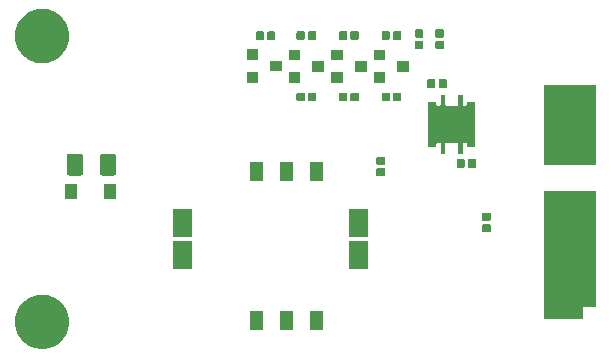
<source format=gbr>
G04 #@! TF.GenerationSoftware,KiCad,Pcbnew,(5.1.5-0-10_14)*
G04 #@! TF.CreationDate,2020-03-09T21:53:23-07:00*
G04 #@! TF.ProjectId,R1,52312e6b-6963-4616-945f-706362585858,rev?*
G04 #@! TF.SameCoordinates,Original*
G04 #@! TF.FileFunction,Soldermask,Bot*
G04 #@! TF.FilePolarity,Negative*
%FSLAX46Y46*%
G04 Gerber Fmt 4.6, Leading zero omitted, Abs format (unit mm)*
G04 Created by KiCad (PCBNEW (5.1.5-0-10_14)) date 2020-03-09 21:53:23*
%MOMM*%
%LPD*%
G04 APERTURE LIST*
%ADD10C,0.100000*%
G04 APERTURE END LIST*
D10*
G36*
X128048903Y-110643213D02*
G01*
X128271177Y-110687426D01*
X128689932Y-110860880D01*
X129066802Y-111112696D01*
X129387304Y-111433198D01*
X129639120Y-111810068D01*
X129812574Y-112228823D01*
X129901000Y-112673371D01*
X129901000Y-113126629D01*
X129812574Y-113571177D01*
X129639120Y-113989932D01*
X129387304Y-114366802D01*
X129066802Y-114687304D01*
X128689932Y-114939120D01*
X128271177Y-115112574D01*
X128048903Y-115156787D01*
X127826630Y-115201000D01*
X127373370Y-115201000D01*
X127151097Y-115156787D01*
X126928823Y-115112574D01*
X126510068Y-114939120D01*
X126133198Y-114687304D01*
X125812696Y-114366802D01*
X125560880Y-113989932D01*
X125387426Y-113571177D01*
X125299000Y-113126629D01*
X125299000Y-112673371D01*
X125387426Y-112228823D01*
X125560880Y-111810068D01*
X125812696Y-111433198D01*
X126133198Y-111112696D01*
X126510068Y-110860880D01*
X126928823Y-110687426D01*
X127151097Y-110643213D01*
X127373370Y-110599000D01*
X127826630Y-110599000D01*
X128048903Y-110643213D01*
G37*
G36*
X151341000Y-113601000D02*
G01*
X150239000Y-113601000D01*
X150239000Y-111999000D01*
X151341000Y-111999000D01*
X151341000Y-113601000D01*
G37*
G36*
X148801000Y-113601000D02*
G01*
X147699000Y-113601000D01*
X147699000Y-111999000D01*
X148801000Y-111999000D01*
X148801000Y-113601000D01*
G37*
G36*
X146261000Y-113601000D02*
G01*
X145159000Y-113601000D01*
X145159000Y-111999000D01*
X146261000Y-111999000D01*
X146261000Y-113601000D01*
G37*
G36*
X174451000Y-111651000D02*
G01*
X173475999Y-111651000D01*
X173451613Y-111653402D01*
X173428164Y-111660515D01*
X173406553Y-111672066D01*
X173387611Y-111687611D01*
X173372066Y-111706553D01*
X173360515Y-111728164D01*
X173353402Y-111751613D01*
X173351000Y-111775999D01*
X173351000Y-112651000D01*
X170049000Y-112651000D01*
X170049000Y-101849000D01*
X174451000Y-101849000D01*
X174451000Y-111651000D01*
G37*
G36*
X155141000Y-108401000D02*
G01*
X153539000Y-108401000D01*
X153539000Y-106099000D01*
X155141000Y-106099000D01*
X155141000Y-108401000D01*
G37*
G36*
X140241000Y-108401000D02*
G01*
X138639000Y-108401000D01*
X138639000Y-106099000D01*
X140241000Y-106099000D01*
X140241000Y-108401000D01*
G37*
G36*
X155141000Y-105701000D02*
G01*
X153539000Y-105701000D01*
X153539000Y-103399000D01*
X155141000Y-103399000D01*
X155141000Y-105701000D01*
G37*
G36*
X140241000Y-105701000D02*
G01*
X138639000Y-105701000D01*
X138639000Y-103399000D01*
X140241000Y-103399000D01*
X140241000Y-105701000D01*
G37*
G36*
X165481938Y-104641716D02*
G01*
X165502557Y-104647971D01*
X165521553Y-104658124D01*
X165538208Y-104671792D01*
X165551876Y-104688447D01*
X165562029Y-104707443D01*
X165568284Y-104728062D01*
X165571000Y-104755640D01*
X165571000Y-105214360D01*
X165568284Y-105241938D01*
X165562029Y-105262557D01*
X165551876Y-105281553D01*
X165538208Y-105298208D01*
X165521553Y-105311876D01*
X165502557Y-105322029D01*
X165481938Y-105328284D01*
X165454360Y-105331000D01*
X164945640Y-105331000D01*
X164918062Y-105328284D01*
X164897443Y-105322029D01*
X164878447Y-105311876D01*
X164861792Y-105298208D01*
X164848124Y-105281553D01*
X164837971Y-105262557D01*
X164831716Y-105241938D01*
X164829000Y-105214360D01*
X164829000Y-104755640D01*
X164831716Y-104728062D01*
X164837971Y-104707443D01*
X164848124Y-104688447D01*
X164861792Y-104671792D01*
X164878447Y-104658124D01*
X164897443Y-104647971D01*
X164918062Y-104641716D01*
X164945640Y-104639000D01*
X165454360Y-104639000D01*
X165481938Y-104641716D01*
G37*
G36*
X165481938Y-103671716D02*
G01*
X165502557Y-103677971D01*
X165521553Y-103688124D01*
X165538208Y-103701792D01*
X165551876Y-103718447D01*
X165562029Y-103737443D01*
X165568284Y-103758062D01*
X165571000Y-103785640D01*
X165571000Y-104244360D01*
X165568284Y-104271938D01*
X165562029Y-104292557D01*
X165551876Y-104311553D01*
X165538208Y-104328208D01*
X165521553Y-104341876D01*
X165502557Y-104352029D01*
X165481938Y-104358284D01*
X165454360Y-104361000D01*
X164945640Y-104361000D01*
X164918062Y-104358284D01*
X164897443Y-104352029D01*
X164878447Y-104341876D01*
X164861792Y-104328208D01*
X164848124Y-104311553D01*
X164837971Y-104292557D01*
X164831716Y-104271938D01*
X164829000Y-104244360D01*
X164829000Y-103785640D01*
X164831716Y-103758062D01*
X164837971Y-103737443D01*
X164848124Y-103718447D01*
X164861792Y-103701792D01*
X164878447Y-103688124D01*
X164897443Y-103677971D01*
X164918062Y-103671716D01*
X164945640Y-103669000D01*
X165454360Y-103669000D01*
X165481938Y-103671716D01*
G37*
G36*
X130551000Y-102551000D02*
G01*
X129549000Y-102551000D01*
X129549000Y-101249000D01*
X130551000Y-101249000D01*
X130551000Y-102551000D01*
G37*
G36*
X133851000Y-102551000D02*
G01*
X132849000Y-102551000D01*
X132849000Y-101249000D01*
X133851000Y-101249000D01*
X133851000Y-102551000D01*
G37*
G36*
X151341000Y-101001000D02*
G01*
X150239000Y-101001000D01*
X150239000Y-99399000D01*
X151341000Y-99399000D01*
X151341000Y-101001000D01*
G37*
G36*
X148801000Y-101001000D02*
G01*
X147699000Y-101001000D01*
X147699000Y-99399000D01*
X148801000Y-99399000D01*
X148801000Y-101001000D01*
G37*
G36*
X146261000Y-101001000D02*
G01*
X145159000Y-101001000D01*
X145159000Y-99399000D01*
X146261000Y-99399000D01*
X146261000Y-101001000D01*
G37*
G36*
X156531938Y-99906716D02*
G01*
X156552557Y-99912971D01*
X156571553Y-99923124D01*
X156588208Y-99936792D01*
X156601876Y-99953447D01*
X156612029Y-99972443D01*
X156618284Y-99993062D01*
X156621000Y-100020640D01*
X156621000Y-100479360D01*
X156618284Y-100506938D01*
X156612029Y-100527557D01*
X156601876Y-100546553D01*
X156588208Y-100563208D01*
X156571553Y-100576876D01*
X156552557Y-100587029D01*
X156531938Y-100593284D01*
X156504360Y-100596000D01*
X155995640Y-100596000D01*
X155968062Y-100593284D01*
X155947443Y-100587029D01*
X155928447Y-100576876D01*
X155911792Y-100563208D01*
X155898124Y-100546553D01*
X155887971Y-100527557D01*
X155881716Y-100506938D01*
X155879000Y-100479360D01*
X155879000Y-100020640D01*
X155881716Y-99993062D01*
X155887971Y-99972443D01*
X155898124Y-99953447D01*
X155911792Y-99936792D01*
X155928447Y-99923124D01*
X155947443Y-99912971D01*
X155968062Y-99906716D01*
X155995640Y-99904000D01*
X156504360Y-99904000D01*
X156531938Y-99906716D01*
G37*
G36*
X130868604Y-98678347D02*
G01*
X130905144Y-98689432D01*
X130938821Y-98707433D01*
X130968341Y-98731659D01*
X130992567Y-98761179D01*
X131010568Y-98794856D01*
X131021653Y-98831396D01*
X131026000Y-98875538D01*
X131026000Y-100324462D01*
X131021653Y-100368604D01*
X131010568Y-100405144D01*
X130992567Y-100438821D01*
X130968341Y-100468341D01*
X130938821Y-100492567D01*
X130905144Y-100510568D01*
X130868604Y-100521653D01*
X130824462Y-100526000D01*
X129875538Y-100526000D01*
X129831396Y-100521653D01*
X129794856Y-100510568D01*
X129761179Y-100492567D01*
X129731659Y-100468341D01*
X129707433Y-100438821D01*
X129689432Y-100405144D01*
X129678347Y-100368604D01*
X129674000Y-100324462D01*
X129674000Y-98875538D01*
X129678347Y-98831396D01*
X129689432Y-98794856D01*
X129707433Y-98761179D01*
X129731659Y-98731659D01*
X129761179Y-98707433D01*
X129794856Y-98689432D01*
X129831396Y-98678347D01*
X129875538Y-98674000D01*
X130824462Y-98674000D01*
X130868604Y-98678347D01*
G37*
G36*
X133668604Y-98678347D02*
G01*
X133705144Y-98689432D01*
X133738821Y-98707433D01*
X133768341Y-98731659D01*
X133792567Y-98761179D01*
X133810568Y-98794856D01*
X133821653Y-98831396D01*
X133826000Y-98875538D01*
X133826000Y-100324462D01*
X133821653Y-100368604D01*
X133810568Y-100405144D01*
X133792567Y-100438821D01*
X133768341Y-100468341D01*
X133738821Y-100492567D01*
X133705144Y-100510568D01*
X133668604Y-100521653D01*
X133624462Y-100526000D01*
X132675538Y-100526000D01*
X132631396Y-100521653D01*
X132594856Y-100510568D01*
X132561179Y-100492567D01*
X132531659Y-100468341D01*
X132507433Y-100438821D01*
X132489432Y-100405144D01*
X132478347Y-100368604D01*
X132474000Y-100324462D01*
X132474000Y-98875538D01*
X132478347Y-98831396D01*
X132489432Y-98794856D01*
X132507433Y-98761179D01*
X132531659Y-98731659D01*
X132561179Y-98707433D01*
X132594856Y-98689432D01*
X132631396Y-98678347D01*
X132675538Y-98674000D01*
X133624462Y-98674000D01*
X133668604Y-98678347D01*
G37*
G36*
X163271938Y-99131716D02*
G01*
X163292557Y-99137971D01*
X163311553Y-99148124D01*
X163328208Y-99161792D01*
X163341876Y-99178447D01*
X163352029Y-99197443D01*
X163358284Y-99218062D01*
X163361000Y-99245640D01*
X163361000Y-99754360D01*
X163358284Y-99781938D01*
X163352029Y-99802557D01*
X163341876Y-99821553D01*
X163328208Y-99838208D01*
X163311553Y-99851876D01*
X163292557Y-99862029D01*
X163271938Y-99868284D01*
X163244360Y-99871000D01*
X162785640Y-99871000D01*
X162758062Y-99868284D01*
X162737443Y-99862029D01*
X162718447Y-99851876D01*
X162701792Y-99838208D01*
X162688124Y-99821553D01*
X162677971Y-99802557D01*
X162671716Y-99781938D01*
X162669000Y-99754360D01*
X162669000Y-99245640D01*
X162671716Y-99218062D01*
X162677971Y-99197443D01*
X162688124Y-99178447D01*
X162701792Y-99161792D01*
X162718447Y-99148124D01*
X162737443Y-99137971D01*
X162758062Y-99131716D01*
X162785640Y-99129000D01*
X163244360Y-99129000D01*
X163271938Y-99131716D01*
G37*
G36*
X164241938Y-99131716D02*
G01*
X164262557Y-99137971D01*
X164281553Y-99148124D01*
X164298208Y-99161792D01*
X164311876Y-99178447D01*
X164322029Y-99197443D01*
X164328284Y-99218062D01*
X164331000Y-99245640D01*
X164331000Y-99754360D01*
X164328284Y-99781938D01*
X164322029Y-99802557D01*
X164311876Y-99821553D01*
X164298208Y-99838208D01*
X164281553Y-99851876D01*
X164262557Y-99862029D01*
X164241938Y-99868284D01*
X164214360Y-99871000D01*
X163755640Y-99871000D01*
X163728062Y-99868284D01*
X163707443Y-99862029D01*
X163688447Y-99851876D01*
X163671792Y-99838208D01*
X163658124Y-99821553D01*
X163647971Y-99802557D01*
X163641716Y-99781938D01*
X163639000Y-99754360D01*
X163639000Y-99245640D01*
X163641716Y-99218062D01*
X163647971Y-99197443D01*
X163658124Y-99178447D01*
X163671792Y-99161792D01*
X163688447Y-99148124D01*
X163707443Y-99137971D01*
X163728062Y-99131716D01*
X163755640Y-99129000D01*
X164214360Y-99129000D01*
X164241938Y-99131716D01*
G37*
G36*
X174451000Y-99651000D02*
G01*
X170049000Y-99651000D01*
X170049000Y-92849000D01*
X174451000Y-92849000D01*
X174451000Y-99651000D01*
G37*
G36*
X156531938Y-98936716D02*
G01*
X156552557Y-98942971D01*
X156571553Y-98953124D01*
X156588208Y-98966792D01*
X156601876Y-98983447D01*
X156612029Y-99002443D01*
X156618284Y-99023062D01*
X156621000Y-99050640D01*
X156621000Y-99509360D01*
X156618284Y-99536938D01*
X156612029Y-99557557D01*
X156601876Y-99576553D01*
X156588208Y-99593208D01*
X156571553Y-99606876D01*
X156552557Y-99617029D01*
X156531938Y-99623284D01*
X156504360Y-99626000D01*
X155995640Y-99626000D01*
X155968062Y-99623284D01*
X155947443Y-99617029D01*
X155928447Y-99606876D01*
X155911792Y-99593208D01*
X155898124Y-99576553D01*
X155887971Y-99557557D01*
X155881716Y-99536938D01*
X155879000Y-99509360D01*
X155879000Y-99050640D01*
X155881716Y-99023062D01*
X155887971Y-99002443D01*
X155898124Y-98983447D01*
X155911792Y-98966792D01*
X155928447Y-98953124D01*
X155947443Y-98942971D01*
X155968062Y-98936716D01*
X155995640Y-98934000D01*
X156504360Y-98934000D01*
X156531938Y-98936716D01*
G37*
G36*
X161677249Y-94480251D02*
G01*
X161679651Y-94504637D01*
X161686764Y-94528086D01*
X161698315Y-94549697D01*
X161713860Y-94568639D01*
X161732802Y-94584184D01*
X161754413Y-94595735D01*
X161777862Y-94602848D01*
X161802248Y-94605250D01*
X162710250Y-94605250D01*
X162734636Y-94602848D01*
X162758085Y-94595735D01*
X162779696Y-94584184D01*
X162798638Y-94568639D01*
X162814183Y-94549697D01*
X162825734Y-94528086D01*
X162832847Y-94504637D01*
X162835249Y-94480251D01*
X162835249Y-93680250D01*
X163177249Y-93680250D01*
X163177249Y-94480251D01*
X163179651Y-94504637D01*
X163186764Y-94528086D01*
X163198315Y-94549697D01*
X163213860Y-94568639D01*
X163232802Y-94584184D01*
X163254413Y-94595735D01*
X163277862Y-94602848D01*
X163302248Y-94605250D01*
X163430250Y-94605250D01*
X163454636Y-94602848D01*
X163478085Y-94595735D01*
X163499696Y-94584184D01*
X163518638Y-94568639D01*
X163534183Y-94549697D01*
X163545734Y-94528086D01*
X163552847Y-94504637D01*
X163555249Y-94480251D01*
X163555249Y-94260250D01*
X164257249Y-94260250D01*
X164257249Y-98102250D01*
X163555249Y-98102250D01*
X163555249Y-97882249D01*
X163552847Y-97857863D01*
X163545734Y-97834414D01*
X163534183Y-97812803D01*
X163518638Y-97793861D01*
X163499696Y-97778316D01*
X163478085Y-97766765D01*
X163454636Y-97759652D01*
X163430250Y-97757250D01*
X163302248Y-97757250D01*
X163277862Y-97759652D01*
X163254413Y-97766765D01*
X163232802Y-97778316D01*
X163213860Y-97793861D01*
X163198315Y-97812803D01*
X163186764Y-97834414D01*
X163179651Y-97857863D01*
X163177249Y-97882249D01*
X163177249Y-98682250D01*
X162835249Y-98682250D01*
X162835249Y-97882249D01*
X162832847Y-97857863D01*
X162825734Y-97834414D01*
X162814183Y-97812803D01*
X162798638Y-97793861D01*
X162779696Y-97778316D01*
X162758085Y-97766765D01*
X162734636Y-97759652D01*
X162710250Y-97757250D01*
X161802248Y-97757250D01*
X161777862Y-97759652D01*
X161754413Y-97766765D01*
X161732802Y-97778316D01*
X161713860Y-97793861D01*
X161698315Y-97812803D01*
X161686764Y-97834414D01*
X161679651Y-97857863D01*
X161677249Y-97882249D01*
X161677249Y-98682250D01*
X161335249Y-98682250D01*
X161335249Y-97882249D01*
X161332847Y-97857863D01*
X161325734Y-97834414D01*
X161314183Y-97812803D01*
X161298638Y-97793861D01*
X161279696Y-97778316D01*
X161258085Y-97766765D01*
X161234636Y-97759652D01*
X161210250Y-97757250D01*
X161082248Y-97757250D01*
X161057862Y-97759652D01*
X161034413Y-97766765D01*
X161012802Y-97778316D01*
X160993860Y-97793861D01*
X160978315Y-97812803D01*
X160966764Y-97834414D01*
X160959651Y-97857863D01*
X160957249Y-97882249D01*
X160957249Y-98102250D01*
X160255249Y-98102250D01*
X160255249Y-94260250D01*
X160957249Y-94260250D01*
X160957249Y-94480251D01*
X160959651Y-94504637D01*
X160966764Y-94528086D01*
X160978315Y-94549697D01*
X160993860Y-94568639D01*
X161012802Y-94584184D01*
X161034413Y-94595735D01*
X161057862Y-94602848D01*
X161082248Y-94605250D01*
X161210250Y-94605250D01*
X161234636Y-94602848D01*
X161258085Y-94595735D01*
X161279696Y-94584184D01*
X161298638Y-94568639D01*
X161314183Y-94549697D01*
X161325734Y-94528086D01*
X161332847Y-94504637D01*
X161335249Y-94480251D01*
X161335249Y-93680250D01*
X161677249Y-93680250D01*
X161677249Y-94480251D01*
G37*
G36*
X157891938Y-93506716D02*
G01*
X157912557Y-93512971D01*
X157931553Y-93523124D01*
X157948208Y-93536792D01*
X157961876Y-93553447D01*
X157972029Y-93572443D01*
X157978284Y-93593062D01*
X157981000Y-93620640D01*
X157981000Y-94129360D01*
X157978284Y-94156938D01*
X157972029Y-94177557D01*
X157961876Y-94196553D01*
X157948208Y-94213208D01*
X157931553Y-94226876D01*
X157912557Y-94237029D01*
X157891938Y-94243284D01*
X157864360Y-94246000D01*
X157405640Y-94246000D01*
X157378062Y-94243284D01*
X157357443Y-94237029D01*
X157338447Y-94226876D01*
X157321792Y-94213208D01*
X157308124Y-94196553D01*
X157297971Y-94177557D01*
X157291716Y-94156938D01*
X157289000Y-94129360D01*
X157289000Y-93620640D01*
X157291716Y-93593062D01*
X157297971Y-93572443D01*
X157308124Y-93553447D01*
X157321792Y-93536792D01*
X157338447Y-93523124D01*
X157357443Y-93512971D01*
X157378062Y-93506716D01*
X157405640Y-93504000D01*
X157864360Y-93504000D01*
X157891938Y-93506716D01*
G37*
G36*
X156921938Y-93506716D02*
G01*
X156942557Y-93512971D01*
X156961553Y-93523124D01*
X156978208Y-93536792D01*
X156991876Y-93553447D01*
X157002029Y-93572443D01*
X157008284Y-93593062D01*
X157011000Y-93620640D01*
X157011000Y-94129360D01*
X157008284Y-94156938D01*
X157002029Y-94177557D01*
X156991876Y-94196553D01*
X156978208Y-94213208D01*
X156961553Y-94226876D01*
X156942557Y-94237029D01*
X156921938Y-94243284D01*
X156894360Y-94246000D01*
X156435640Y-94246000D01*
X156408062Y-94243284D01*
X156387443Y-94237029D01*
X156368447Y-94226876D01*
X156351792Y-94213208D01*
X156338124Y-94196553D01*
X156327971Y-94177557D01*
X156321716Y-94156938D01*
X156319000Y-94129360D01*
X156319000Y-93620640D01*
X156321716Y-93593062D01*
X156327971Y-93572443D01*
X156338124Y-93553447D01*
X156351792Y-93536792D01*
X156368447Y-93523124D01*
X156387443Y-93512971D01*
X156408062Y-93506716D01*
X156435640Y-93504000D01*
X156894360Y-93504000D01*
X156921938Y-93506716D01*
G37*
G36*
X154291938Y-93506716D02*
G01*
X154312557Y-93512971D01*
X154331553Y-93523124D01*
X154348208Y-93536792D01*
X154361876Y-93553447D01*
X154372029Y-93572443D01*
X154378284Y-93593062D01*
X154381000Y-93620640D01*
X154381000Y-94129360D01*
X154378284Y-94156938D01*
X154372029Y-94177557D01*
X154361876Y-94196553D01*
X154348208Y-94213208D01*
X154331553Y-94226876D01*
X154312557Y-94237029D01*
X154291938Y-94243284D01*
X154264360Y-94246000D01*
X153805640Y-94246000D01*
X153778062Y-94243284D01*
X153757443Y-94237029D01*
X153738447Y-94226876D01*
X153721792Y-94213208D01*
X153708124Y-94196553D01*
X153697971Y-94177557D01*
X153691716Y-94156938D01*
X153689000Y-94129360D01*
X153689000Y-93620640D01*
X153691716Y-93593062D01*
X153697971Y-93572443D01*
X153708124Y-93553447D01*
X153721792Y-93536792D01*
X153738447Y-93523124D01*
X153757443Y-93512971D01*
X153778062Y-93506716D01*
X153805640Y-93504000D01*
X154264360Y-93504000D01*
X154291938Y-93506716D01*
G37*
G36*
X153321938Y-93506716D02*
G01*
X153342557Y-93512971D01*
X153361553Y-93523124D01*
X153378208Y-93536792D01*
X153391876Y-93553447D01*
X153402029Y-93572443D01*
X153408284Y-93593062D01*
X153411000Y-93620640D01*
X153411000Y-94129360D01*
X153408284Y-94156938D01*
X153402029Y-94177557D01*
X153391876Y-94196553D01*
X153378208Y-94213208D01*
X153361553Y-94226876D01*
X153342557Y-94237029D01*
X153321938Y-94243284D01*
X153294360Y-94246000D01*
X152835640Y-94246000D01*
X152808062Y-94243284D01*
X152787443Y-94237029D01*
X152768447Y-94226876D01*
X152751792Y-94213208D01*
X152738124Y-94196553D01*
X152727971Y-94177557D01*
X152721716Y-94156938D01*
X152719000Y-94129360D01*
X152719000Y-93620640D01*
X152721716Y-93593062D01*
X152727971Y-93572443D01*
X152738124Y-93553447D01*
X152751792Y-93536792D01*
X152768447Y-93523124D01*
X152787443Y-93512971D01*
X152808062Y-93506716D01*
X152835640Y-93504000D01*
X153294360Y-93504000D01*
X153321938Y-93506716D01*
G37*
G36*
X150691938Y-93506716D02*
G01*
X150712557Y-93512971D01*
X150731553Y-93523124D01*
X150748208Y-93536792D01*
X150761876Y-93553447D01*
X150772029Y-93572443D01*
X150778284Y-93593062D01*
X150781000Y-93620640D01*
X150781000Y-94129360D01*
X150778284Y-94156938D01*
X150772029Y-94177557D01*
X150761876Y-94196553D01*
X150748208Y-94213208D01*
X150731553Y-94226876D01*
X150712557Y-94237029D01*
X150691938Y-94243284D01*
X150664360Y-94246000D01*
X150205640Y-94246000D01*
X150178062Y-94243284D01*
X150157443Y-94237029D01*
X150138447Y-94226876D01*
X150121792Y-94213208D01*
X150108124Y-94196553D01*
X150097971Y-94177557D01*
X150091716Y-94156938D01*
X150089000Y-94129360D01*
X150089000Y-93620640D01*
X150091716Y-93593062D01*
X150097971Y-93572443D01*
X150108124Y-93553447D01*
X150121792Y-93536792D01*
X150138447Y-93523124D01*
X150157443Y-93512971D01*
X150178062Y-93506716D01*
X150205640Y-93504000D01*
X150664360Y-93504000D01*
X150691938Y-93506716D01*
G37*
G36*
X149721938Y-93506716D02*
G01*
X149742557Y-93512971D01*
X149761553Y-93523124D01*
X149778208Y-93536792D01*
X149791876Y-93553447D01*
X149802029Y-93572443D01*
X149808284Y-93593062D01*
X149811000Y-93620640D01*
X149811000Y-94129360D01*
X149808284Y-94156938D01*
X149802029Y-94177557D01*
X149791876Y-94196553D01*
X149778208Y-94213208D01*
X149761553Y-94226876D01*
X149742557Y-94237029D01*
X149721938Y-94243284D01*
X149694360Y-94246000D01*
X149235640Y-94246000D01*
X149208062Y-94243284D01*
X149187443Y-94237029D01*
X149168447Y-94226876D01*
X149151792Y-94213208D01*
X149138124Y-94196553D01*
X149127971Y-94177557D01*
X149121716Y-94156938D01*
X149119000Y-94129360D01*
X149119000Y-93620640D01*
X149121716Y-93593062D01*
X149127971Y-93572443D01*
X149138124Y-93553447D01*
X149151792Y-93536792D01*
X149168447Y-93523124D01*
X149187443Y-93512971D01*
X149208062Y-93506716D01*
X149235640Y-93504000D01*
X149694360Y-93504000D01*
X149721938Y-93506716D01*
G37*
G36*
X161756938Y-92381716D02*
G01*
X161777557Y-92387971D01*
X161796553Y-92398124D01*
X161813208Y-92411792D01*
X161826876Y-92428447D01*
X161837029Y-92447443D01*
X161843284Y-92468062D01*
X161846000Y-92495640D01*
X161846000Y-93004360D01*
X161843284Y-93031938D01*
X161837029Y-93052557D01*
X161826876Y-93071553D01*
X161813208Y-93088208D01*
X161796553Y-93101876D01*
X161777557Y-93112029D01*
X161756938Y-93118284D01*
X161729360Y-93121000D01*
X161270640Y-93121000D01*
X161243062Y-93118284D01*
X161222443Y-93112029D01*
X161203447Y-93101876D01*
X161186792Y-93088208D01*
X161173124Y-93071553D01*
X161162971Y-93052557D01*
X161156716Y-93031938D01*
X161154000Y-93004360D01*
X161154000Y-92495640D01*
X161156716Y-92468062D01*
X161162971Y-92447443D01*
X161173124Y-92428447D01*
X161186792Y-92411792D01*
X161203447Y-92398124D01*
X161222443Y-92387971D01*
X161243062Y-92381716D01*
X161270640Y-92379000D01*
X161729360Y-92379000D01*
X161756938Y-92381716D01*
G37*
G36*
X160786938Y-92381716D02*
G01*
X160807557Y-92387971D01*
X160826553Y-92398124D01*
X160843208Y-92411792D01*
X160856876Y-92428447D01*
X160867029Y-92447443D01*
X160873284Y-92468062D01*
X160876000Y-92495640D01*
X160876000Y-93004360D01*
X160873284Y-93031938D01*
X160867029Y-93052557D01*
X160856876Y-93071553D01*
X160843208Y-93088208D01*
X160826553Y-93101876D01*
X160807557Y-93112029D01*
X160786938Y-93118284D01*
X160759360Y-93121000D01*
X160300640Y-93121000D01*
X160273062Y-93118284D01*
X160252443Y-93112029D01*
X160233447Y-93101876D01*
X160216792Y-93088208D01*
X160203124Y-93071553D01*
X160192971Y-93052557D01*
X160186716Y-93031938D01*
X160184000Y-93004360D01*
X160184000Y-92495640D01*
X160186716Y-92468062D01*
X160192971Y-92447443D01*
X160203124Y-92428447D01*
X160216792Y-92411792D01*
X160233447Y-92398124D01*
X160252443Y-92387971D01*
X160273062Y-92381716D01*
X160300640Y-92379000D01*
X160759360Y-92379000D01*
X160786938Y-92381716D01*
G37*
G36*
X156651000Y-92676000D02*
G01*
X155649000Y-92676000D01*
X155649000Y-91774000D01*
X156651000Y-91774000D01*
X156651000Y-92676000D01*
G37*
G36*
X153051000Y-92676000D02*
G01*
X152049000Y-92676000D01*
X152049000Y-91774000D01*
X153051000Y-91774000D01*
X153051000Y-92676000D01*
G37*
G36*
X149451000Y-92676000D02*
G01*
X148449000Y-92676000D01*
X148449000Y-91774000D01*
X149451000Y-91774000D01*
X149451000Y-92676000D01*
G37*
G36*
X145901000Y-92651000D02*
G01*
X144899000Y-92651000D01*
X144899000Y-91749000D01*
X145901000Y-91749000D01*
X145901000Y-92651000D01*
G37*
G36*
X155051000Y-91726000D02*
G01*
X154049000Y-91726000D01*
X154049000Y-90824000D01*
X155051000Y-90824000D01*
X155051000Y-91726000D01*
G37*
G36*
X158651000Y-91726000D02*
G01*
X157649000Y-91726000D01*
X157649000Y-90824000D01*
X158651000Y-90824000D01*
X158651000Y-91726000D01*
G37*
G36*
X151451000Y-91726000D02*
G01*
X150449000Y-91726000D01*
X150449000Y-90824000D01*
X151451000Y-90824000D01*
X151451000Y-91726000D01*
G37*
G36*
X147901000Y-91701000D02*
G01*
X146899000Y-91701000D01*
X146899000Y-90799000D01*
X147901000Y-90799000D01*
X147901000Y-91701000D01*
G37*
G36*
X128048903Y-86443213D02*
G01*
X128271177Y-86487426D01*
X128689932Y-86660880D01*
X129066802Y-86912696D01*
X129387304Y-87233198D01*
X129639120Y-87610068D01*
X129812574Y-88028823D01*
X129812574Y-88028824D01*
X129901000Y-88473370D01*
X129901000Y-88926630D01*
X129881060Y-89026876D01*
X129812574Y-89371177D01*
X129639120Y-89789932D01*
X129387304Y-90166802D01*
X129066802Y-90487304D01*
X128689932Y-90739120D01*
X128271177Y-90912574D01*
X128048903Y-90956787D01*
X127826630Y-91001000D01*
X127373370Y-91001000D01*
X127151097Y-90956787D01*
X126928823Y-90912574D01*
X126510068Y-90739120D01*
X126133198Y-90487304D01*
X125812696Y-90166802D01*
X125560880Y-89789932D01*
X125387426Y-89371177D01*
X125318940Y-89026876D01*
X125299000Y-88926630D01*
X125299000Y-88473370D01*
X125387426Y-88028824D01*
X125387426Y-88028823D01*
X125560880Y-87610068D01*
X125812696Y-87233198D01*
X126133198Y-86912696D01*
X126510068Y-86660880D01*
X126928823Y-86487426D01*
X127151097Y-86443213D01*
X127373370Y-86399000D01*
X127826630Y-86399000D01*
X128048903Y-86443213D01*
G37*
G36*
X149451000Y-90776000D02*
G01*
X148449000Y-90776000D01*
X148449000Y-89874000D01*
X149451000Y-89874000D01*
X149451000Y-90776000D01*
G37*
G36*
X153051000Y-90776000D02*
G01*
X152049000Y-90776000D01*
X152049000Y-89874000D01*
X153051000Y-89874000D01*
X153051000Y-90776000D01*
G37*
G36*
X156651000Y-90776000D02*
G01*
X155649000Y-90776000D01*
X155649000Y-89874000D01*
X156651000Y-89874000D01*
X156651000Y-90776000D01*
G37*
G36*
X145901000Y-90751000D02*
G01*
X144899000Y-90751000D01*
X144899000Y-89849000D01*
X145901000Y-89849000D01*
X145901000Y-90751000D01*
G37*
G36*
X159781938Y-89126716D02*
G01*
X159802557Y-89132971D01*
X159821553Y-89143124D01*
X159838208Y-89156792D01*
X159851876Y-89173447D01*
X159862029Y-89192443D01*
X159868284Y-89213062D01*
X159871000Y-89240640D01*
X159871000Y-89699360D01*
X159868284Y-89726938D01*
X159862029Y-89747557D01*
X159851876Y-89766553D01*
X159838208Y-89783208D01*
X159821553Y-89796876D01*
X159802557Y-89807029D01*
X159781938Y-89813284D01*
X159754360Y-89816000D01*
X159245640Y-89816000D01*
X159218062Y-89813284D01*
X159197443Y-89807029D01*
X159178447Y-89796876D01*
X159161792Y-89783208D01*
X159148124Y-89766553D01*
X159137971Y-89747557D01*
X159131716Y-89726938D01*
X159129000Y-89699360D01*
X159129000Y-89240640D01*
X159131716Y-89213062D01*
X159137971Y-89192443D01*
X159148124Y-89173447D01*
X159161792Y-89156792D01*
X159178447Y-89143124D01*
X159197443Y-89132971D01*
X159218062Y-89126716D01*
X159245640Y-89124000D01*
X159754360Y-89124000D01*
X159781938Y-89126716D01*
G37*
G36*
X161531938Y-89126716D02*
G01*
X161552557Y-89132971D01*
X161571553Y-89143124D01*
X161588208Y-89156792D01*
X161601876Y-89173447D01*
X161612029Y-89192443D01*
X161618284Y-89213062D01*
X161621000Y-89240640D01*
X161621000Y-89699360D01*
X161618284Y-89726938D01*
X161612029Y-89747557D01*
X161601876Y-89766553D01*
X161588208Y-89783208D01*
X161571553Y-89796876D01*
X161552557Y-89807029D01*
X161531938Y-89813284D01*
X161504360Y-89816000D01*
X160995640Y-89816000D01*
X160968062Y-89813284D01*
X160947443Y-89807029D01*
X160928447Y-89796876D01*
X160911792Y-89783208D01*
X160898124Y-89766553D01*
X160887971Y-89747557D01*
X160881716Y-89726938D01*
X160879000Y-89699360D01*
X160879000Y-89240640D01*
X160881716Y-89213062D01*
X160887971Y-89192443D01*
X160898124Y-89173447D01*
X160911792Y-89156792D01*
X160928447Y-89143124D01*
X160947443Y-89132971D01*
X160968062Y-89126716D01*
X160995640Y-89124000D01*
X161504360Y-89124000D01*
X161531938Y-89126716D01*
G37*
G36*
X146271938Y-88331716D02*
G01*
X146292557Y-88337971D01*
X146311553Y-88348124D01*
X146328208Y-88361792D01*
X146341876Y-88378447D01*
X146352029Y-88397443D01*
X146358284Y-88418062D01*
X146361000Y-88445640D01*
X146361000Y-88954360D01*
X146358284Y-88981938D01*
X146352029Y-89002557D01*
X146341876Y-89021553D01*
X146328208Y-89038208D01*
X146311553Y-89051876D01*
X146292557Y-89062029D01*
X146271938Y-89068284D01*
X146244360Y-89071000D01*
X145785640Y-89071000D01*
X145758062Y-89068284D01*
X145737443Y-89062029D01*
X145718447Y-89051876D01*
X145701792Y-89038208D01*
X145688124Y-89021553D01*
X145677971Y-89002557D01*
X145671716Y-88981938D01*
X145669000Y-88954360D01*
X145669000Y-88445640D01*
X145671716Y-88418062D01*
X145677971Y-88397443D01*
X145688124Y-88378447D01*
X145701792Y-88361792D01*
X145718447Y-88348124D01*
X145737443Y-88337971D01*
X145758062Y-88331716D01*
X145785640Y-88329000D01*
X146244360Y-88329000D01*
X146271938Y-88331716D01*
G37*
G36*
X147241938Y-88331716D02*
G01*
X147262557Y-88337971D01*
X147281553Y-88348124D01*
X147298208Y-88361792D01*
X147311876Y-88378447D01*
X147322029Y-88397443D01*
X147328284Y-88418062D01*
X147331000Y-88445640D01*
X147331000Y-88954360D01*
X147328284Y-88981938D01*
X147322029Y-89002557D01*
X147311876Y-89021553D01*
X147298208Y-89038208D01*
X147281553Y-89051876D01*
X147262557Y-89062029D01*
X147241938Y-89068284D01*
X147214360Y-89071000D01*
X146755640Y-89071000D01*
X146728062Y-89068284D01*
X146707443Y-89062029D01*
X146688447Y-89051876D01*
X146671792Y-89038208D01*
X146658124Y-89021553D01*
X146647971Y-89002557D01*
X146641716Y-88981938D01*
X146639000Y-88954360D01*
X146639000Y-88445640D01*
X146641716Y-88418062D01*
X146647971Y-88397443D01*
X146658124Y-88378447D01*
X146671792Y-88361792D01*
X146688447Y-88348124D01*
X146707443Y-88337971D01*
X146728062Y-88331716D01*
X146755640Y-88329000D01*
X147214360Y-88329000D01*
X147241938Y-88331716D01*
G37*
G36*
X150691938Y-88306716D02*
G01*
X150712557Y-88312971D01*
X150731553Y-88323124D01*
X150748208Y-88336792D01*
X150761876Y-88353447D01*
X150772029Y-88372443D01*
X150778284Y-88393062D01*
X150781000Y-88420640D01*
X150781000Y-88929360D01*
X150778284Y-88956938D01*
X150772029Y-88977557D01*
X150761876Y-88996553D01*
X150748208Y-89013208D01*
X150731553Y-89026876D01*
X150712557Y-89037029D01*
X150691938Y-89043284D01*
X150664360Y-89046000D01*
X150205640Y-89046000D01*
X150178062Y-89043284D01*
X150157443Y-89037029D01*
X150138447Y-89026876D01*
X150121792Y-89013208D01*
X150108124Y-88996553D01*
X150097971Y-88977557D01*
X150091716Y-88956938D01*
X150089000Y-88929360D01*
X150089000Y-88420640D01*
X150091716Y-88393062D01*
X150097971Y-88372443D01*
X150108124Y-88353447D01*
X150121792Y-88336792D01*
X150138447Y-88323124D01*
X150157443Y-88312971D01*
X150178062Y-88306716D01*
X150205640Y-88304000D01*
X150664360Y-88304000D01*
X150691938Y-88306716D01*
G37*
G36*
X153321938Y-88306716D02*
G01*
X153342557Y-88312971D01*
X153361553Y-88323124D01*
X153378208Y-88336792D01*
X153391876Y-88353447D01*
X153402029Y-88372443D01*
X153408284Y-88393062D01*
X153411000Y-88420640D01*
X153411000Y-88929360D01*
X153408284Y-88956938D01*
X153402029Y-88977557D01*
X153391876Y-88996553D01*
X153378208Y-89013208D01*
X153361553Y-89026876D01*
X153342557Y-89037029D01*
X153321938Y-89043284D01*
X153294360Y-89046000D01*
X152835640Y-89046000D01*
X152808062Y-89043284D01*
X152787443Y-89037029D01*
X152768447Y-89026876D01*
X152751792Y-89013208D01*
X152738124Y-88996553D01*
X152727971Y-88977557D01*
X152721716Y-88956938D01*
X152719000Y-88929360D01*
X152719000Y-88420640D01*
X152721716Y-88393062D01*
X152727971Y-88372443D01*
X152738124Y-88353447D01*
X152751792Y-88336792D01*
X152768447Y-88323124D01*
X152787443Y-88312971D01*
X152808062Y-88306716D01*
X152835640Y-88304000D01*
X153294360Y-88304000D01*
X153321938Y-88306716D01*
G37*
G36*
X154291938Y-88306716D02*
G01*
X154312557Y-88312971D01*
X154331553Y-88323124D01*
X154348208Y-88336792D01*
X154361876Y-88353447D01*
X154372029Y-88372443D01*
X154378284Y-88393062D01*
X154381000Y-88420640D01*
X154381000Y-88929360D01*
X154378284Y-88956938D01*
X154372029Y-88977557D01*
X154361876Y-88996553D01*
X154348208Y-89013208D01*
X154331553Y-89026876D01*
X154312557Y-89037029D01*
X154291938Y-89043284D01*
X154264360Y-89046000D01*
X153805640Y-89046000D01*
X153778062Y-89043284D01*
X153757443Y-89037029D01*
X153738447Y-89026876D01*
X153721792Y-89013208D01*
X153708124Y-88996553D01*
X153697971Y-88977557D01*
X153691716Y-88956938D01*
X153689000Y-88929360D01*
X153689000Y-88420640D01*
X153691716Y-88393062D01*
X153697971Y-88372443D01*
X153708124Y-88353447D01*
X153721792Y-88336792D01*
X153738447Y-88323124D01*
X153757443Y-88312971D01*
X153778062Y-88306716D01*
X153805640Y-88304000D01*
X154264360Y-88304000D01*
X154291938Y-88306716D01*
G37*
G36*
X156921938Y-88306716D02*
G01*
X156942557Y-88312971D01*
X156961553Y-88323124D01*
X156978208Y-88336792D01*
X156991876Y-88353447D01*
X157002029Y-88372443D01*
X157008284Y-88393062D01*
X157011000Y-88420640D01*
X157011000Y-88929360D01*
X157008284Y-88956938D01*
X157002029Y-88977557D01*
X156991876Y-88996553D01*
X156978208Y-89013208D01*
X156961553Y-89026876D01*
X156942557Y-89037029D01*
X156921938Y-89043284D01*
X156894360Y-89046000D01*
X156435640Y-89046000D01*
X156408062Y-89043284D01*
X156387443Y-89037029D01*
X156368447Y-89026876D01*
X156351792Y-89013208D01*
X156338124Y-88996553D01*
X156327971Y-88977557D01*
X156321716Y-88956938D01*
X156319000Y-88929360D01*
X156319000Y-88420640D01*
X156321716Y-88393062D01*
X156327971Y-88372443D01*
X156338124Y-88353447D01*
X156351792Y-88336792D01*
X156368447Y-88323124D01*
X156387443Y-88312971D01*
X156408062Y-88306716D01*
X156435640Y-88304000D01*
X156894360Y-88304000D01*
X156921938Y-88306716D01*
G37*
G36*
X157891938Y-88306716D02*
G01*
X157912557Y-88312971D01*
X157931553Y-88323124D01*
X157948208Y-88336792D01*
X157961876Y-88353447D01*
X157972029Y-88372443D01*
X157978284Y-88393062D01*
X157981000Y-88420640D01*
X157981000Y-88929360D01*
X157978284Y-88956938D01*
X157972029Y-88977557D01*
X157961876Y-88996553D01*
X157948208Y-89013208D01*
X157931553Y-89026876D01*
X157912557Y-89037029D01*
X157891938Y-89043284D01*
X157864360Y-89046000D01*
X157405640Y-89046000D01*
X157378062Y-89043284D01*
X157357443Y-89037029D01*
X157338447Y-89026876D01*
X157321792Y-89013208D01*
X157308124Y-88996553D01*
X157297971Y-88977557D01*
X157291716Y-88956938D01*
X157289000Y-88929360D01*
X157289000Y-88420640D01*
X157291716Y-88393062D01*
X157297971Y-88372443D01*
X157308124Y-88353447D01*
X157321792Y-88336792D01*
X157338447Y-88323124D01*
X157357443Y-88312971D01*
X157378062Y-88306716D01*
X157405640Y-88304000D01*
X157864360Y-88304000D01*
X157891938Y-88306716D01*
G37*
G36*
X149721938Y-88306716D02*
G01*
X149742557Y-88312971D01*
X149761553Y-88323124D01*
X149778208Y-88336792D01*
X149791876Y-88353447D01*
X149802029Y-88372443D01*
X149808284Y-88393062D01*
X149811000Y-88420640D01*
X149811000Y-88929360D01*
X149808284Y-88956938D01*
X149802029Y-88977557D01*
X149791876Y-88996553D01*
X149778208Y-89013208D01*
X149761553Y-89026876D01*
X149742557Y-89037029D01*
X149721938Y-89043284D01*
X149694360Y-89046000D01*
X149235640Y-89046000D01*
X149208062Y-89043284D01*
X149187443Y-89037029D01*
X149168447Y-89026876D01*
X149151792Y-89013208D01*
X149138124Y-88996553D01*
X149127971Y-88977557D01*
X149121716Y-88956938D01*
X149119000Y-88929360D01*
X149119000Y-88420640D01*
X149121716Y-88393062D01*
X149127971Y-88372443D01*
X149138124Y-88353447D01*
X149151792Y-88336792D01*
X149168447Y-88323124D01*
X149187443Y-88312971D01*
X149208062Y-88306716D01*
X149235640Y-88304000D01*
X149694360Y-88304000D01*
X149721938Y-88306716D01*
G37*
G36*
X159781938Y-88156716D02*
G01*
X159802557Y-88162971D01*
X159821553Y-88173124D01*
X159838208Y-88186792D01*
X159851876Y-88203447D01*
X159862029Y-88222443D01*
X159868284Y-88243062D01*
X159871000Y-88270640D01*
X159871000Y-88729360D01*
X159868284Y-88756938D01*
X159862029Y-88777557D01*
X159851876Y-88796553D01*
X159838208Y-88813208D01*
X159821553Y-88826876D01*
X159802557Y-88837029D01*
X159781938Y-88843284D01*
X159754360Y-88846000D01*
X159245640Y-88846000D01*
X159218062Y-88843284D01*
X159197443Y-88837029D01*
X159178447Y-88826876D01*
X159161792Y-88813208D01*
X159148124Y-88796553D01*
X159137971Y-88777557D01*
X159131716Y-88756938D01*
X159129000Y-88729360D01*
X159129000Y-88270640D01*
X159131716Y-88243062D01*
X159137971Y-88222443D01*
X159148124Y-88203447D01*
X159161792Y-88186792D01*
X159178447Y-88173124D01*
X159197443Y-88162971D01*
X159218062Y-88156716D01*
X159245640Y-88154000D01*
X159754360Y-88154000D01*
X159781938Y-88156716D01*
G37*
G36*
X161531938Y-88156716D02*
G01*
X161552557Y-88162971D01*
X161571553Y-88173124D01*
X161588208Y-88186792D01*
X161601876Y-88203447D01*
X161612029Y-88222443D01*
X161618284Y-88243062D01*
X161621000Y-88270640D01*
X161621000Y-88729360D01*
X161618284Y-88756938D01*
X161612029Y-88777557D01*
X161601876Y-88796553D01*
X161588208Y-88813208D01*
X161571553Y-88826876D01*
X161552557Y-88837029D01*
X161531938Y-88843284D01*
X161504360Y-88846000D01*
X160995640Y-88846000D01*
X160968062Y-88843284D01*
X160947443Y-88837029D01*
X160928447Y-88826876D01*
X160911792Y-88813208D01*
X160898124Y-88796553D01*
X160887971Y-88777557D01*
X160881716Y-88756938D01*
X160879000Y-88729360D01*
X160879000Y-88270640D01*
X160881716Y-88243062D01*
X160887971Y-88222443D01*
X160898124Y-88203447D01*
X160911792Y-88186792D01*
X160928447Y-88173124D01*
X160947443Y-88162971D01*
X160968062Y-88156716D01*
X160995640Y-88154000D01*
X161504360Y-88154000D01*
X161531938Y-88156716D01*
G37*
M02*

</source>
